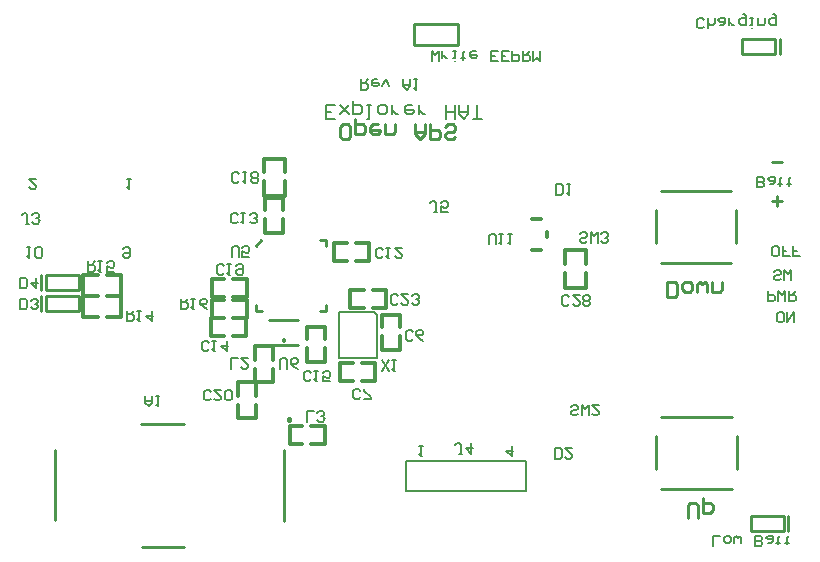
<source format=gbo>
*%FSLAX23Y23*%
*%MOIN*%
G01*
%ADD11C,0.000*%
%ADD12C,0.001*%
%ADD13C,0.002*%
%ADD14C,0.006*%
%ADD15C,0.007*%
%ADD16C,0.007*%
%ADD17C,0.008*%
%ADD18C,0.010*%
%ADD19C,0.012*%
%ADD20C,0.015*%
%ADD21C,0.018*%
%ADD22C,0.022*%
%ADD23C,0.024*%
%ADD24C,0.025*%
%ADD25C,0.029*%
%ADD26C,0.031*%
%ADD27C,0.031*%
%ADD28C,0.035*%
%ADD29C,0.035*%
%ADD30C,0.039*%
%ADD31C,0.039*%
%ADD32C,0.046*%
%ADD33C,0.047*%
%ADD34C,0.050*%
%ADD35C,0.051*%
%ADD36C,0.051*%
%ADD37C,0.054*%
%ADD38C,0.055*%
%ADD39C,0.058*%
%ADD40C,0.059*%
%ADD41C,0.059*%
%ADD42C,0.062*%
%ADD43C,0.067*%
%ADD44C,0.070*%
%ADD45C,0.074*%
%ADD46C,0.115*%
%ADD47C,0.135*%
%ADD48C,0.138*%
%ADD49C,0.138*%
%ADD50C,0.158*%
%ADD51C,0.158*%
%ADD52C,0.190*%
%ADD53C,0.194*%
%ADD54C,0.236*%
%ADD55C,0.240*%
%ADD56R,0.011X0.030*%
%ADD57R,0.012X0.030*%
%ADD58R,0.014X0.033*%
%ADD59R,0.014X0.037*%
%ADD60R,0.015X0.034*%
%ADD61R,0.016X0.034*%
%ADD62R,0.018X0.037*%
%ADD63R,0.018X0.041*%
%ADD64R,0.020X0.025*%
%ADD65R,0.021X0.021*%
%ADD66R,0.024X0.029*%
%ADD67R,0.025X0.020*%
%ADD68R,0.029X0.024*%
%ADD69R,0.030X0.011*%
%ADD70R,0.030X0.030*%
%ADD71R,0.031X0.031*%
%ADD72R,0.033X0.014*%
%ADD73R,0.034X0.015*%
%ADD74R,0.034X0.034*%
%ADD75R,0.035X0.035*%
%ADD76R,0.037X0.014*%
%ADD77R,0.037X0.018*%
%ADD78R,0.039X0.055*%
%ADD79R,0.039X0.014*%
%ADD80R,0.040X0.083*%
%ADD81R,0.041X0.018*%
%ADD82R,0.043X0.059*%
%ADD83R,0.043X0.018*%
%ADD84R,0.044X0.087*%
%ADD85R,0.047X0.055*%
%ADD86R,0.048X0.024*%
%ADD87R,0.050X0.023*%
%ADD88R,0.050X0.060*%
%ADD89R,0.051X0.071*%
%ADD90R,0.051X0.059*%
%ADD91R,0.052X0.028*%
%ADD92R,0.054X0.027*%
%ADD93R,0.054X0.064*%
%ADD94R,0.055X0.039*%
%ADD95R,0.055X0.075*%
%ADD96R,0.057X0.012*%
%ADD97R,0.057X0.067*%
%ADD98R,0.059X0.043*%
%ADD99R,0.060X0.060*%
%ADD100R,0.061X0.024*%
%ADD101R,0.061X0.051*%
%ADD102R,0.061X0.016*%
%ADD103R,0.061X0.071*%
%ADD104R,0.063X0.039*%
%ADD105R,0.064X0.064*%
%ADD106R,0.065X0.028*%
%ADD107R,0.065X0.055*%
%ADD108R,0.067X0.043*%
%ADD109R,0.085X0.030*%
%ADD110R,0.089X0.034*%
%ADD111R,0.094X0.030*%
%ADD112R,0.098X0.034*%
%ADD113R,0.104X0.104*%
%ADD114R,0.108X0.108*%
%ADD115R,0.116X0.138*%
%ADD116R,0.120X0.142*%
%ADD117R,0.134X0.059*%
%ADD118R,0.138X0.039*%
%ADD119R,0.138X0.063*%
%ADD120R,0.142X0.043*%
%ADD121R,0.169X0.169*%
%ADD122R,0.173X0.173*%
%ADD123R,0.250X0.250*%
D14*
X9747Y8564D02*
Y8599D01*
Y8564D02*
X9764D01*
X9770Y8570D01*
Y8582D01*
X9764Y8587D01*
X9747D01*
X9759D02*
X9770Y8599D01*
X9788D02*
X9799D01*
X9788D02*
X9782Y8593D01*
Y8582D01*
X9788Y8576D01*
X9799D01*
X9805Y8582D01*
Y8587D01*
X9782D01*
X9817Y8576D02*
X9829Y8599D01*
X9840Y8576D01*
X9887D02*
Y8599D01*
Y8576D02*
X9899Y8564D01*
X9910Y8576D01*
Y8599D01*
Y8582D01*
X9887D01*
X9922Y8599D02*
X9934D01*
X9928D01*
Y8564D01*
X9929D01*
X9928D02*
X9922Y8570D01*
X8644Y8039D02*
X8632D01*
X8638D02*
X8644D01*
X8638D02*
Y8004D01*
X8639D01*
X8638D02*
X8632Y8010D01*
X8661D02*
X8667Y8004D01*
X8679D01*
X8684Y8010D01*
Y8033D01*
X8679Y8039D01*
X8667D01*
X8661Y8033D01*
Y8010D01*
X8952Y8033D02*
X8958Y8039D01*
X8969D01*
X8975Y8033D01*
Y8010D01*
X8969Y8004D01*
X8958D01*
X8952Y8010D01*
Y8016D01*
X8958Y8022D01*
X8975D01*
X10884Y8769D02*
X10890Y8775D01*
X10884Y8769D02*
X10873D01*
X10867Y8775D01*
Y8798D01*
X10873Y8804D01*
X10884D01*
X10890Y8798D01*
X10902Y8804D02*
Y8769D01*
Y8787D02*
Y8804D01*
Y8787D02*
X10908Y8781D01*
X10919D01*
X10925Y8787D01*
Y8804D01*
X10943Y8781D02*
X10954D01*
X10960Y8787D01*
Y8804D01*
X10943D01*
X10937Y8798D01*
X10943Y8792D01*
X10960D01*
X10972Y8781D02*
Y8804D01*
Y8792D01*
X10978Y8787D01*
X10984Y8781D01*
X10989D01*
X11019Y8816D02*
X11024D01*
X11030Y8810D01*
Y8781D01*
X11013D01*
X11007Y8787D01*
Y8798D01*
X11013Y8804D01*
X11030D01*
X11042D02*
X11054D01*
X11048D01*
Y8781D01*
X11042D01*
X11048Y8769D02*
X11049D01*
X11071Y8781D02*
Y8804D01*
Y8781D02*
X11089D01*
X11094Y8787D01*
Y8804D01*
X11118Y8816D02*
X11124D01*
X11129Y8810D01*
Y8781D01*
X11112D01*
X11106Y8787D01*
Y8798D01*
X11112Y8804D01*
X11129D01*
X10921Y7078D02*
Y7043D01*
Y7078D02*
X10944D01*
X10962D02*
X10973D01*
X10979Y7072D01*
Y7061D01*
X10973Y7055D01*
X10962D01*
X10956Y7061D01*
Y7072D01*
X10962Y7078D01*
X10991Y7072D02*
Y7055D01*
Y7072D02*
X10997Y7078D01*
X11003Y7072D01*
X11008Y7078D01*
X11014Y7072D01*
Y7055D01*
X11061Y7043D02*
Y7078D01*
X11078D01*
X11084Y7072D01*
Y7066D01*
X11078Y7061D01*
X11061D01*
X11062D01*
X11061D02*
X11062D01*
X11061D02*
X11062D01*
X11061D02*
X11078D01*
X11084Y7055D01*
Y7049D01*
X11078Y7043D01*
X11061D01*
X11102Y7055D02*
X11113D01*
X11119Y7061D01*
Y7078D01*
X11102D01*
X11096Y7072D01*
X11102Y7066D01*
X11119D01*
X11137Y7055D02*
Y7049D01*
Y7055D02*
X11131D01*
X11143D01*
X11137D01*
Y7072D01*
X11143Y7078D01*
X11166Y7055D02*
Y7049D01*
Y7055D02*
X11160D01*
X11172D01*
X11166D01*
Y7072D01*
X11172Y7078D01*
X8978Y8268D02*
X8966D01*
X8972D02*
X8978D01*
X8972D02*
Y8233D01*
X8973D01*
X8972D02*
X8966Y8239D01*
X8664Y8268D02*
X8641D01*
X8664Y8245D01*
Y8239D01*
X8658Y8233D01*
X8647D01*
X8641Y8239D01*
X9631Y8468D02*
X9661D01*
X9631D02*
Y8513D01*
X9661D01*
X9646Y8491D02*
X9631D01*
X9676Y8483D02*
X9706Y8513D01*
X9691Y8498D01*
X9706Y8483D01*
X9676Y8513D01*
X9721Y8528D02*
Y8483D01*
X9743D01*
X9751Y8491D01*
Y8506D01*
X9743Y8513D01*
X9721D01*
X9766D02*
X9781D01*
X9773D01*
Y8468D01*
X9766D01*
X9811Y8513D02*
X9826D01*
X9833Y8506D01*
Y8491D01*
X9826Y8483D01*
X9811D01*
X9803Y8491D01*
Y8506D01*
X9811Y8513D01*
X9848D02*
Y8483D01*
Y8498D02*
Y8513D01*
Y8498D02*
X9856Y8491D01*
X9863Y8483D01*
X9871D01*
X9901Y8513D02*
X9916D01*
X9901D02*
X9893Y8506D01*
Y8491D01*
X9901Y8483D01*
X9916D01*
X9923Y8491D01*
Y8498D01*
X9893D01*
X9938Y8483D02*
Y8513D01*
Y8498D01*
X9946Y8491D01*
X9953Y8483D01*
X9961D01*
X10028Y8468D02*
Y8513D01*
Y8491D01*
X10058D01*
Y8468D01*
Y8513D01*
X10073D02*
Y8483D01*
X10088Y8468D01*
X10103Y8483D01*
Y8513D01*
Y8491D01*
X10073D01*
X10118Y8468D02*
X10148D01*
X10133D01*
Y8513D01*
X9953Y7378D02*
X9941D01*
X9947D02*
X9953D01*
X9947D02*
Y7343D01*
X9948D01*
X9947D02*
X9941Y7349D01*
X10248Y7343D02*
Y7378D01*
X10231Y7361D02*
X10248Y7343D01*
X10254Y7361D02*
X10231D01*
X9982Y8659D02*
Y8694D01*
X9994Y8682D01*
X10005Y8694D01*
Y8659D01*
X10017Y8671D02*
Y8694D01*
Y8682D01*
X10023Y8677D01*
X10029Y8671D01*
X10034D01*
X10052Y8694D02*
X10064D01*
X10058D01*
Y8671D01*
X10052D01*
X10058Y8659D02*
X10059D01*
X10087Y8665D02*
Y8671D01*
X10081D01*
X10093D01*
X10087D01*
Y8688D01*
X10093Y8694D01*
X10116D02*
X10128D01*
X10116D02*
X10110Y8688D01*
Y8677D01*
X10116Y8671D01*
X10128D01*
X10134Y8677D01*
Y8682D01*
X10110D01*
X10180Y8659D02*
X10204D01*
X10180D02*
Y8694D01*
X10204D01*
X10192Y8677D02*
X10180D01*
X10215Y8659D02*
X10239D01*
X10215D02*
Y8694D01*
X10239D01*
X10227Y8677D02*
X10215D01*
X10250Y8694D02*
Y8659D01*
X10268D01*
X10274Y8665D01*
Y8677D01*
X10268Y8682D01*
X10250D01*
X10285Y8694D02*
Y8659D01*
X10303D01*
X10309Y8665D01*
Y8677D01*
X10303Y8682D01*
X10285D01*
X10297D02*
X10309Y8694D01*
X10320D02*
Y8659D01*
X10332Y8671D01*
X10344Y8659D01*
Y8694D01*
X11067Y8274D02*
Y8239D01*
Y8274D02*
X11084D01*
X11090Y8268D01*
Y8262D01*
X11084Y8257D01*
X11067D01*
X11068D01*
X11067D02*
X11068D01*
X11067D02*
X11068D01*
X11067D02*
X11084D01*
X11090Y8251D01*
Y8245D01*
X11084Y8239D01*
X11067D01*
X11108Y8251D02*
X11119D01*
X11125Y8257D01*
Y8274D01*
X11108D01*
X11102Y8268D01*
X11108Y8262D01*
X11125D01*
X11143Y8251D02*
Y8245D01*
Y8251D02*
X11137D01*
X11149D01*
X11143D01*
Y8268D01*
X11149Y8274D01*
X11172Y8251D02*
Y8245D01*
Y8251D02*
X11166D01*
X11178D01*
X11172D01*
Y8268D01*
X11178Y8274D01*
X11145Y7935D02*
X11139Y7929D01*
X11128D01*
X11122Y7935D01*
Y7941D01*
X11128Y7947D01*
X11139D01*
X11145Y7952D01*
Y7958D01*
X11139Y7964D01*
X11128D01*
X11122Y7958D01*
X11157Y7964D02*
Y7929D01*
X11169Y7952D02*
X11157Y7964D01*
X11169Y7952D02*
X11180Y7964D01*
Y7929D01*
X11102Y7894D02*
Y7859D01*
X11119D01*
X11125Y7865D01*
Y7877D01*
X11119Y7882D01*
X11102D01*
X11137Y7894D02*
Y7859D01*
X11149Y7882D02*
X11137Y7894D01*
X11149Y7882D02*
X11160Y7894D01*
Y7859D01*
X11172D02*
Y7894D01*
Y7859D02*
X11189D01*
X11195Y7865D01*
Y7877D01*
X11189Y7882D01*
X11172D01*
X11184D02*
X11195Y7894D01*
X11149Y7789D02*
X11138D01*
X11132Y7795D01*
Y7818D01*
X11138Y7824D01*
X11149D01*
X11155Y7818D01*
Y7795D01*
X11149Y7789D01*
X11167D02*
Y7824D01*
X11190D02*
X11167Y7789D01*
X11190D02*
Y7824D01*
X11134Y8009D02*
X11123D01*
X11117Y8015D01*
Y8038D01*
X11123Y8044D01*
X11134D01*
X11140Y8038D01*
Y8015D01*
X11134Y8009D01*
X11152D02*
X11175D01*
X11152D02*
Y8027D01*
X11164D01*
X11152D01*
Y8044D01*
X11187Y8009D02*
X11210D01*
X11187D02*
Y8027D01*
X11199D01*
X11187D01*
Y8044D01*
X8639Y8118D02*
X8628D01*
X8633D01*
Y8147D01*
X8628Y8153D01*
X8622D01*
X8616Y8147D01*
X8651Y8124D02*
X8657Y8118D01*
X8668D01*
X8674Y8124D01*
Y8130D01*
X8675D01*
X8674D02*
X8675D01*
X8674D02*
X8675D01*
X8674D02*
X8668Y8136D01*
X8663D01*
X8668D01*
X8674Y8141D01*
Y8147D01*
X8668Y8153D01*
X8657D01*
X8651Y8147D01*
X9334Y8254D02*
X9340Y8260D01*
X9334Y8254D02*
X9323D01*
X9317Y8260D01*
Y8283D01*
X9323Y8289D01*
X9334D01*
X9340Y8283D01*
X9352Y8289D02*
X9364D01*
X9358D01*
Y8254D01*
X9359D01*
X9358D02*
X9352Y8260D01*
X9381D02*
X9387Y8254D01*
X9399D01*
X9404Y8260D01*
Y8266D01*
X9399Y8272D01*
X9404Y8277D01*
Y8283D01*
X9399Y8289D01*
X9387D01*
X9381Y8283D01*
Y8277D01*
X9387Y8272D01*
X9381Y8266D01*
Y8260D01*
X9387Y8272D02*
X9399D01*
X9335Y8125D02*
X9329Y8119D01*
X9318D01*
X9312Y8125D01*
Y8148D01*
X9318Y8154D01*
X9329D01*
X9335Y8148D01*
X9347Y8154D02*
X9359D01*
X9353D01*
Y8119D01*
X9354D01*
X9353D02*
X9347Y8125D01*
X9376D02*
X9382Y8119D01*
X9394D01*
X9399Y8125D01*
Y8131D01*
X9400D01*
X9399D02*
X9400D01*
X9399D02*
X9400D01*
X9399D02*
X9394Y8137D01*
X9388D01*
X9394D01*
X9399Y8142D01*
Y8148D01*
X9394Y8154D01*
X9382D01*
X9376Y8148D01*
X9316Y8037D02*
Y8008D01*
Y8037D02*
X9322Y8043D01*
X9333D01*
X9339Y8037D01*
Y8008D01*
X9351D02*
X9374D01*
X9351D02*
Y8026D01*
X9363Y8020D01*
X9368D01*
X9374Y8026D01*
Y8037D01*
X9368Y8043D01*
X9357D01*
X9351Y8037D01*
X9579Y7599D02*
X9573Y7593D01*
X9562D01*
X9556Y7599D01*
Y7622D01*
X9562Y7628D01*
X9573D01*
X9579Y7622D01*
X9591Y7628D02*
X9603D01*
X9597D01*
Y7593D01*
X9598D01*
X9597D02*
X9591Y7599D01*
X9620Y7593D02*
X9643D01*
X9620D02*
Y7611D01*
X9632Y7605D01*
X9638D01*
X9643Y7611D01*
Y7622D01*
X9638Y7628D01*
X9626D01*
X9620Y7622D01*
X10392Y7369D02*
Y7334D01*
Y7369D02*
X10409D01*
X10415Y7363D01*
Y7340D01*
X10409Y7334D01*
X10392D01*
X10427Y7369D02*
X10450D01*
X10427D02*
X10450Y7346D01*
Y7340D01*
X10444Y7334D01*
X10433D01*
X10427Y7340D01*
X10464Y7479D02*
X10470Y7485D01*
X10464Y7479D02*
X10453D01*
X10447Y7485D01*
Y7491D01*
X10453Y7497D01*
X10464D01*
X10470Y7502D01*
Y7508D01*
X10464Y7514D01*
X10453D01*
X10447Y7508D01*
X10482Y7514D02*
Y7479D01*
X10494Y7502D02*
X10482Y7514D01*
X10494Y7502D02*
X10505Y7514D01*
Y7479D01*
X10517Y7514D02*
X10540D01*
X10517D02*
X10540Y7491D01*
Y7485D01*
X10534Y7479D01*
X10523D01*
X10517Y7485D01*
X10084Y7352D02*
X10073D01*
X10078D01*
Y7381D01*
X10073Y7387D01*
X10067D01*
X10061Y7381D01*
X10113Y7387D02*
Y7352D01*
X10096Y7370D01*
X10119D01*
X10001Y8158D02*
X9989D01*
X9995D01*
Y8187D01*
X9989Y8193D01*
X9983D01*
X9977Y8187D01*
X10012Y8158D02*
X10036D01*
X10012D02*
Y8176D01*
X10024Y8170D01*
X10030D01*
X10036Y8176D01*
Y8187D01*
X10030Y8193D01*
X10018D01*
X10012Y8187D01*
X10397Y8214D02*
Y8249D01*
X10414D01*
X10420Y8243D01*
Y8220D01*
X10414Y8214D01*
X10397D01*
X10432Y8249D02*
X10444D01*
X10438D01*
Y8214D01*
X10439D01*
X10438D02*
X10432Y8220D01*
X10500Y8060D02*
X10494Y8054D01*
X10483D01*
X10477Y8060D01*
Y8066D01*
X10483Y8072D01*
X10494D01*
X10500Y8077D01*
Y8083D01*
X10494Y8089D01*
X10483D01*
X10477Y8083D01*
X10512Y8089D02*
Y8054D01*
X10524Y8077D02*
X10512Y8089D01*
X10524Y8077D02*
X10535Y8089D01*
Y8054D01*
X10547Y8060D02*
X10553Y8054D01*
X10564D01*
X10570Y8060D01*
Y8066D01*
X10571D01*
X10570D02*
X10571D01*
X10570D02*
X10571D01*
X10570D02*
X10564Y8072D01*
X10559D01*
X10564D01*
X10570Y8077D01*
Y8083D01*
X10564Y8089D01*
X10553D01*
X10547Y8083D01*
X10440Y7850D02*
X10434Y7844D01*
X10423D01*
X10417Y7850D01*
Y7873D01*
X10423Y7879D01*
X10434D01*
X10440Y7873D01*
X10452Y7879D02*
X10475D01*
X10452D02*
X10475Y7856D01*
Y7850D01*
X10469Y7844D01*
X10458D01*
X10452Y7850D01*
X10487D02*
X10493Y7844D01*
X10504D01*
X10510Y7850D01*
Y7856D01*
X10504Y7862D01*
X10510Y7867D01*
Y7873D01*
X10504Y7879D01*
X10493D01*
X10487Y7873D01*
Y7867D01*
X10493Y7862D01*
X10487Y7856D01*
Y7850D01*
X10493Y7862D02*
X10504D01*
X10172Y8049D02*
Y8078D01*
X10178Y8084D01*
X10189D01*
X10195Y8078D01*
Y8049D01*
X10207Y8084D02*
X10219D01*
X10213D01*
Y8049D01*
X10214D01*
X10213D02*
X10207Y8055D01*
X10236Y8084D02*
X10248D01*
X10242D01*
Y8049D01*
X10243D01*
X10242D02*
X10236Y8055D01*
X9819Y8009D02*
X9813Y8003D01*
X9802D01*
X9796Y8009D01*
Y8032D01*
X9802Y8038D01*
X9813D01*
X9819Y8032D01*
X9831Y8038D02*
X9843D01*
X9837D01*
Y8003D01*
X9838D01*
X9837D02*
X9831Y8009D01*
X9860Y8038D02*
X9883D01*
X9860D02*
X9883Y8015D01*
Y8009D01*
X9878Y8003D01*
X9866D01*
X9860Y8009D01*
X9869Y7854D02*
X9863Y7848D01*
X9852D01*
X9846Y7854D01*
Y7877D01*
X9852Y7883D01*
X9863D01*
X9869Y7877D01*
X9881Y7883D02*
X9904D01*
X9881D02*
X9904Y7860D01*
Y7854D01*
X9898Y7848D01*
X9887D01*
X9881Y7854D01*
X9916D02*
X9922Y7848D01*
X9933D01*
X9939Y7854D01*
Y7860D01*
X9940D01*
X9939D02*
X9940D01*
X9939D02*
X9940D01*
X9939D02*
X9933Y7866D01*
X9928D01*
X9933D01*
X9939Y7871D01*
Y7877D01*
X9933Y7883D01*
X9922D01*
X9916Y7877D01*
X9839Y7663D02*
X9816Y7628D01*
X9839D02*
X9816Y7663D01*
X9851D02*
X9863D01*
X9857D01*
Y7628D01*
X9858D01*
X9857D02*
X9851Y7634D01*
X9913Y7728D02*
X9919Y7734D01*
X9913Y7728D02*
X9902D01*
X9896Y7734D01*
Y7757D01*
X9902Y7763D01*
X9913D01*
X9919Y7757D01*
X9943Y7734D02*
X9954Y7728D01*
X9943Y7734D02*
X9931Y7746D01*
Y7757D01*
X9937Y7763D01*
X9948D01*
X9954Y7757D01*
Y7751D01*
X9948Y7746D01*
X9931D01*
X9744Y7539D02*
X9738Y7533D01*
X9727D01*
X9721Y7539D01*
Y7562D01*
X9727Y7568D01*
X9738D01*
X9744Y7562D01*
X9756Y7533D02*
X9779D01*
Y7539D01*
X9756Y7562D01*
Y7568D01*
X9566Y7493D02*
Y7458D01*
Y7493D02*
X9589D01*
X9601Y7464D02*
X9607Y7458D01*
X9618D01*
X9624Y7464D01*
Y7470D01*
X9625D01*
X9624D02*
X9625D01*
X9624D02*
X9625D01*
X9624D02*
X9618Y7476D01*
X9613D01*
X9618D01*
X9624Y7481D01*
Y7487D01*
X9618Y7493D01*
X9607D01*
X9601Y7487D01*
X9027Y7521D02*
Y7544D01*
Y7521D02*
X9039Y7509D01*
X9050Y7521D01*
Y7544D01*
Y7527D01*
X9027D01*
X9062Y7544D02*
X9074D01*
X9068D01*
Y7509D01*
X9069D01*
X9068D02*
X9062Y7515D01*
X9239Y7529D02*
X9245Y7535D01*
X9239Y7529D02*
X9228D01*
X9222Y7535D01*
Y7558D01*
X9228Y7564D01*
X9239D01*
X9245Y7558D01*
X9257Y7564D02*
X9280D01*
X9257D02*
X9280Y7541D01*
Y7535D01*
X9274Y7529D01*
X9263D01*
X9257Y7535D01*
X9292D02*
X9298Y7529D01*
X9309D01*
X9315Y7535D01*
Y7558D01*
X9309Y7564D01*
X9298D01*
X9292Y7558D01*
Y7535D01*
X9312Y7634D02*
Y7669D01*
X9335D01*
X9347D02*
X9370D01*
X9347D02*
X9370Y7646D01*
Y7640D01*
X9364Y7634D01*
X9353D01*
X9347Y7640D01*
X9477Y7634D02*
Y7663D01*
X9483Y7669D01*
X9494D01*
X9500Y7663D01*
Y7634D01*
X9524Y7640D02*
X9535Y7634D01*
X9524Y7640D02*
X9512Y7652D01*
Y7663D01*
X9518Y7669D01*
X9529D01*
X9535Y7663D01*
Y7657D01*
X9529Y7652D01*
X9512D01*
X9239Y7699D02*
X9233Y7693D01*
X9222D01*
X9216Y7699D01*
Y7722D01*
X9222Y7728D01*
X9233D01*
X9239Y7722D01*
X9251Y7728D02*
X9263D01*
X9257D01*
Y7693D01*
X9258D01*
X9257D02*
X9251Y7699D01*
X9298Y7693D02*
Y7728D01*
X9280Y7711D02*
X9298Y7693D01*
X9303Y7711D02*
X9280D01*
X9146Y7833D02*
Y7868D01*
Y7833D02*
X9163D01*
X9169Y7839D01*
Y7851D01*
X9163Y7856D01*
X9146D01*
X9158D02*
X9169Y7868D01*
X9181D02*
X9193D01*
X9187D01*
Y7833D01*
X9188D01*
X9187D02*
X9181Y7839D01*
X9222D02*
X9233Y7833D01*
X9222Y7839D02*
X9210Y7851D01*
Y7862D01*
X9216Y7868D01*
X9228D01*
X9233Y7862D01*
Y7856D01*
X9228Y7851D01*
X9210D01*
X9283Y7948D02*
X9289Y7954D01*
X9283Y7948D02*
X9272D01*
X9266Y7954D01*
Y7977D01*
X9272Y7983D01*
X9283D01*
X9289Y7977D01*
X9301Y7983D02*
X9313D01*
X9307D01*
Y7948D01*
X9308D01*
X9307D02*
X9301Y7954D01*
X9330Y7977D02*
X9336Y7983D01*
X9348D01*
X9353Y7977D01*
Y7954D01*
X9348Y7948D01*
X9336D01*
X9330Y7954D01*
Y7960D01*
X9336Y7966D01*
X9353D01*
X8966Y7828D02*
Y7793D01*
X8983D01*
X8989Y7799D01*
Y7811D01*
X8983Y7816D01*
X8966D01*
X8978D02*
X8989Y7828D01*
X9001D02*
X9013D01*
X9007D01*
Y7793D01*
X9008D01*
X9007D02*
X9001Y7799D01*
X9048Y7793D02*
Y7828D01*
X9030Y7811D02*
X9048Y7793D01*
X9053Y7811D02*
X9030D01*
X8836Y7958D02*
Y7993D01*
Y7958D02*
X8853D01*
X8859Y7964D01*
Y7976D01*
X8853Y7981D01*
X8836D01*
X8848D02*
X8859Y7993D01*
X8871D02*
X8883D01*
X8877D01*
Y7958D01*
X8878D01*
X8877D02*
X8871Y7964D01*
X8900Y7958D02*
X8923D01*
X8900D02*
Y7976D01*
X8912Y7970D01*
X8918D01*
X8923Y7976D01*
Y7987D01*
X8918Y7993D01*
X8906D01*
X8900Y7987D01*
X8611Y7938D02*
Y7903D01*
Y7938D02*
X8628D01*
X8634Y7932D01*
Y7909D01*
X8628Y7903D01*
X8611D01*
X8663D02*
Y7938D01*
X8646Y7921D02*
X8663Y7903D01*
X8669Y7921D02*
X8646D01*
X8611Y7868D02*
Y7833D01*
Y7868D02*
X8628D01*
X8634Y7862D01*
Y7839D01*
X8628Y7833D01*
X8611D01*
X8646Y7839D02*
X8652Y7833D01*
X8663D01*
X8669Y7839D01*
Y7845D01*
X8670D01*
X8669D02*
X8670D01*
X8669D02*
X8670D01*
X8669D02*
X8663Y7851D01*
X8658D01*
X8663D01*
X8669Y7856D01*
Y7862D01*
X8663Y7868D01*
X8652D01*
X8646Y7862D01*
D17*
X10296Y7328D02*
Y7228D01*
X9896D02*
Y7328D01*
X10296D01*
Y7228D02*
X9896D01*
X9800Y7814D02*
X9791Y7824D01*
X9800Y7814D02*
X9800Y7670D01*
X9673D02*
Y7824D01*
Y7670D02*
X9800D01*
X9791Y7824D02*
X9673D01*
D18*
X10767Y7874D02*
Y7924D01*
X10792D01*
X10800Y7916D01*
Y7882D01*
X10792Y7874D01*
X10767D01*
X10825Y7924D02*
X10842D01*
X10850Y7916D01*
Y7899D01*
X10842Y7891D01*
X10825D01*
X10817Y7899D01*
Y7916D01*
X10825Y7924D01*
X10867Y7916D02*
Y7891D01*
Y7916D02*
X10875Y7924D01*
X10884Y7916D01*
X10892Y7924D01*
X10900Y7916D01*
Y7891D01*
X10917D02*
Y7924D01*
Y7891D02*
X10942D01*
X10950Y7899D01*
Y7924D01*
X10836Y7180D02*
Y7138D01*
Y7180D02*
X10844Y7188D01*
X10861D01*
X10869Y7180D01*
Y7138D01*
X10886Y7155D02*
Y7205D01*
Y7155D02*
X10911D01*
X10919Y7163D01*
Y7180D01*
X10911Y7188D01*
X10886D01*
X9702Y8399D02*
X9685D01*
X9677Y8407D01*
Y8441D01*
X9685Y8449D01*
X9702D01*
X9710Y8441D01*
Y8407D01*
X9702Y8399D01*
X9727Y8416D02*
Y8466D01*
Y8416D02*
X9752D01*
X9760Y8424D01*
Y8441D01*
X9752Y8449D01*
X9727D01*
X9785D02*
X9802D01*
X9785D02*
X9777Y8441D01*
Y8424D01*
X9785Y8416D01*
X9802D01*
X9810Y8424D01*
Y8432D01*
X9777D01*
X9827Y8449D02*
Y8416D01*
X9852D01*
X9860Y8424D01*
Y8449D01*
X9927D02*
Y8416D01*
X9944Y8399D01*
X9960Y8416D01*
Y8449D01*
Y8424D01*
X9927D01*
X9977Y8449D02*
Y8399D01*
X10002D01*
X10010Y8407D01*
Y8424D01*
X10002Y8432D01*
X9977D01*
X10052Y8399D02*
X10060Y8407D01*
X10052Y8399D02*
X10035D01*
X10027Y8407D01*
Y8416D01*
X10035Y8424D01*
X10052D01*
X10060Y8432D01*
Y8441D01*
X10052Y8449D01*
X10035D01*
X10027Y8441D01*
X11117Y8194D02*
X11150D01*
X11134Y8211D02*
Y8177D01*
X11117Y8324D02*
X11150D01*
X9413Y8063D02*
X9396Y8045D01*
X9396Y7848D02*
Y7828D01*
X9631D02*
Y7848D01*
Y8043D02*
Y8063D01*
X9416Y7828D02*
X9396D01*
X9611Y8063D02*
X9631D01*
Y7828D02*
X9611D01*
X11171Y7143D02*
Y7093D01*
X11046D02*
Y7143D01*
X11156D02*
Y7093D01*
X11051Y7143D02*
X11046D01*
Y7093D02*
X11156D01*
Y7143D02*
X11051D01*
X10731Y7299D02*
Y7410D01*
X10998D02*
Y7299D01*
X10982Y7474D02*
X10747D01*
Y7234D02*
X10982D01*
X9922Y8713D02*
Y8783D01*
X10071D02*
Y8713D01*
X9922D01*
Y8783D02*
X10071D01*
X11142Y8734D02*
Y8684D01*
X11017D02*
Y8734D01*
X11127D02*
Y8684D01*
X11022Y8734D02*
X11017D01*
Y8684D02*
X11127D01*
Y8734D02*
X11022D01*
X10730Y8164D02*
Y8053D01*
X10997D02*
Y8164D01*
X10981Y8228D02*
X10746D01*
Y7988D02*
X10981D01*
X9502Y7469D02*
Y7461D01*
X9510D01*
Y7469D01*
X9502D01*
X8727Y7365D02*
Y7129D01*
X9489Y7127D02*
Y7363D01*
X9155Y7040D02*
X9017D01*
X9014Y7449D02*
X9155D01*
X9485Y7733D02*
X9491D01*
X9485D02*
Y7727D01*
X9491D01*
Y7733D01*
X9536Y7713D02*
X9441D01*
Y7798D02*
X9536D01*
X8681Y7898D02*
Y7948D01*
X8806D02*
Y7898D01*
X8696D02*
Y7948D01*
X8801Y7898D02*
X8806D01*
Y7948D02*
X8696D01*
Y7898D02*
X8801D01*
X8681Y7878D02*
Y7828D01*
X8806D02*
Y7878D01*
X8696D02*
Y7828D01*
X8801D02*
X8806D01*
Y7878D02*
X8696D01*
Y7828D02*
X8801D01*
D19*
X9422Y8289D02*
Y8334D01*
X9492D02*
Y8289D01*
Y8259D02*
Y8209D01*
X9422D02*
Y8259D01*
Y8334D02*
X9492D01*
Y8209D02*
X9422D01*
X9486Y8133D02*
Y8088D01*
X9426D02*
Y8133D01*
Y8163D02*
Y8205D01*
X9486D02*
Y8163D01*
Y8088D02*
X9426D01*
Y8205D02*
X9486D01*
X9626Y7775D02*
Y7733D01*
X9566D02*
Y7775D01*
Y7703D02*
Y7658D01*
X9626D02*
Y7703D01*
Y7775D02*
X9566D01*
Y7658D02*
X9626D01*
X10427Y7984D02*
Y8029D01*
X10497D02*
Y7984D01*
Y7954D02*
Y7904D01*
X10427D02*
Y7954D01*
Y8029D02*
X10497D01*
Y7904D02*
X10427D01*
X10367Y8074D02*
Y8089D01*
X10347Y8029D02*
X10317D01*
Y8134D02*
X10347D01*
X9773Y8053D02*
Y7993D01*
X9656D02*
Y8053D01*
X9728D02*
X9773D01*
Y7993D02*
X9728D01*
X9698D02*
X9656D01*
Y8053D02*
X9698D01*
X9828Y7898D02*
Y7838D01*
X9711D02*
Y7898D01*
X9786Y7838D02*
X9828D01*
Y7898D02*
X9786D01*
X9756D02*
X9711D01*
Y7838D02*
X9756D01*
X9876Y7743D02*
Y7698D01*
X9816D02*
Y7743D01*
Y7773D02*
Y7815D01*
X9876D02*
Y7773D01*
Y7698D02*
X9816D01*
Y7815D02*
X9876D01*
X9676Y7653D02*
Y7593D01*
X9793D02*
Y7653D01*
X9721Y7593D02*
X9676D01*
Y7653D02*
X9721D01*
X9751D02*
X9793D01*
Y7593D02*
X9751D01*
X9509Y7443D02*
Y7383D01*
X9626D02*
Y7443D01*
X9551D02*
X9509D01*
Y7383D02*
X9551D01*
X9581D02*
X9626D01*
Y7443D02*
X9581D01*
X9337Y7472D02*
Y7514D01*
X9397D02*
Y7472D01*
Y7544D02*
Y7589D01*
X9337D02*
Y7544D01*
Y7472D02*
X9397D01*
Y7589D02*
X9337D01*
X9392Y7592D02*
Y7634D01*
X9452D02*
Y7592D01*
Y7664D02*
Y7709D01*
X9392D02*
Y7664D01*
Y7592D02*
X9452D01*
Y7709D02*
X9392D01*
X9246Y7743D02*
Y7803D01*
X9363D02*
Y7743D01*
X9288Y7803D02*
X9246D01*
Y7743D02*
X9288D01*
X9318D02*
X9363D01*
Y7803D02*
X9318D01*
X9366D02*
Y7863D01*
X9249D02*
Y7803D01*
X9321Y7863D02*
X9366D01*
Y7803D02*
X9321D01*
X9291D02*
X9249D01*
Y7863D02*
X9291D01*
X9366Y7873D02*
Y7933D01*
X9249D02*
Y7873D01*
X9321Y7933D02*
X9366D01*
Y7873D02*
X9321D01*
X9291D02*
X9249D01*
Y7933D02*
X9291D01*
X8821Y7878D02*
Y7808D01*
X8946D02*
Y7878D01*
X8871D02*
X8821D01*
Y7808D02*
X8871D01*
X8901D02*
X8946D01*
Y7878D02*
X8901D01*
X8821D02*
Y7948D01*
X8946D02*
Y7878D01*
X8871Y7948D02*
X8821D01*
Y7878D02*
X8871D01*
X8901D02*
X8946D01*
Y7948D02*
X8901D01*
D02*
M02*

</source>
